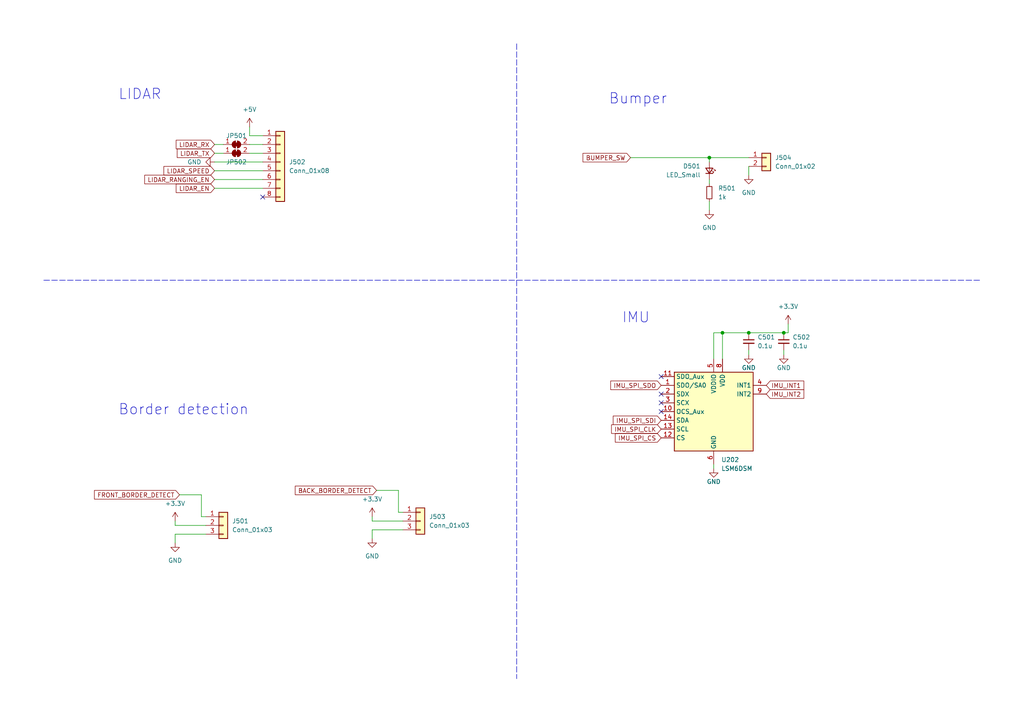
<source format=kicad_sch>
(kicad_sch (version 20230121) (generator eeschema)
  (paper "A4")
  (title_block (title "Robot chat - Sensors") (date "2023-09-19") (rev "1.0") (company "ENSEA"))
  (lib_symbols
    (symbol "Connector_Generic:Conn_01x02" (pin_names (offset 1.016) hide)
      (property "Reference" "J" (at 0 2.54 0))
      (property "Value" "Conn_01x02" (at 0 -5.08 0))
      (symbol "Conn_01x02_1_1"
        (rectangle (start -1.27 -2.413) (end 0 -2.667) (stroke (width 0.1524)))
        (rectangle (start -1.27 0.127) (end 0 -0.127) (stroke (width 0.1524)))
        (rectangle (start -1.27 1.27) (end 1.27 -3.81) (stroke (width 0.254)) (fill (type background)))
        (pin passive line (at -5.08 0 0) (length 3.81) (name "Pin_1") (number "1"))
        (pin passive line (at -5.08 -2.54 0) (length 3.81) (name "Pin_2") (number "2"))
      )
    )
    (symbol "Connector_Generic:Conn_01x03" (pin_names (offset 1.016) hide)
      (property "Reference" "J" (at 0 5.08 0))
      (property "Value" "Conn_01x03" (at 0 -5.08 0))
      (symbol "Conn_01x03_1_1"
        (rectangle (start -1.27 -2.413) (end 0 -2.667) (stroke (width 0.1524)))
        (rectangle (start -1.27 0.127) (end 0 -0.127) (stroke (width 0.1524)))
        (rectangle (start -1.27 2.667) (end 0 2.413) (stroke (width 0.1524)))
        (rectangle (start -1.27 3.81) (end 1.27 -3.81) (stroke (width 0.254)) (fill (type background)))
        (pin passive line (at -5.08 2.54 0) (length 3.81) (name "Pin_1") (number "1"))
        (pin passive line (at -5.08 0 0) (length 3.81) (name "Pin_2") (number "2"))
        (pin passive line (at -5.08 -2.54 0) (length 3.81) (name "Pin_3") (number "3"))
      )
    )
    (symbol "Connector_Generic:Conn_01x08" (pin_names (offset 1.016) hide)
      (property "Reference" "J" (at 0 10.16 0))
      (property "Value" "Conn_01x08" (at 0 -12.7 0))
      (symbol "Conn_01x08_1_1"
        (rectangle (start -1.27 -10.033) (end 0 -10.287) (stroke (width 0.1524)))
        (rectangle (start -1.27 -7.493) (end 0 -7.747) (stroke (width 0.1524)))
        (rectangle (start -1.27 -4.953) (end 0 -5.207) (stroke (width 0.1524)))
        (rectangle (start -1.27 -2.413) (end 0 -2.667) (stroke (width 0.1524)))
        (rectangle (start -1.27 0.127) (end 0 -0.127) (stroke (width 0.1524)))
        (rectangle (start -1.27 2.667) (end 0 2.413) (stroke (width 0.1524)))
        (rectangle (start -1.27 5.207) (end 0 4.953) (stroke (width 0.1524)))
        (rectangle (start -1.27 7.747) (end 0 7.493) (stroke (width 0.1524)))
        (rectangle (start -1.27 8.89) (end 1.27 -11.43) (stroke (width 0.254)) (fill (type background)))
        (pin passive line (at -5.08 7.62 0) (length 3.81) (name "Pin_1") (number "1"))
        (pin passive line (at -5.08 5.08 0) (length 3.81) (name "Pin_2") (number "2"))
        (pin passive line (at -5.08 2.54 0) (length 3.81) (name "Pin_3") (number "3"))
        (pin passive line (at -5.08 0 0) (length 3.81) (name "Pin_4") (number "4"))
        (pin passive line (at -5.08 -2.54 0) (length 3.81) (name "Pin_5") (number "5"))
        (pin passive line (at -5.08 -5.08 0) (length 3.81) (name "Pin_6") (number "6"))
        (pin passive line (at -5.08 -7.62 0) (length 3.81) (name "Pin_7") (number "7"))
        (pin passive line (at -5.08 -10.16 0) (length 3.81) (name "Pin_8") (number "8"))
      )
    )
    (symbol "Device:C_Small" (pin_numbers hide) (pin_names (offset 0.254) hide)
      (property "Reference" "C" (at 0.254 1.778 0))
      (property "Value" "C_Small" (at 0.254 -2.032 0))
      (symbol "C_Small_0_1"
        (polyline (pts (xy -1.524 -0.508) (xy 1.524 -0.508)) (stroke (width 0.3302)))
        (polyline (pts (xy -1.524 0.508) (xy 1.524 0.508)) (stroke (width 0.3048)))
      )
      (symbol "C_Small_1_1"
        (pin passive line (at 0 2.54 270) (length 2.032) (name "~") (number "1"))
        (pin passive line (at 0 -2.54 90) (length 2.032) (name "~") (number "2"))
      )
    )
    (symbol "Device:LED_Small" (pin_numbers hide) (pin_names (offset 0.254) hide)
      (property "Reference" "D" (at -1.27 3.175 0))
      (property "Value" "LED_Small" (at -4.445 -2.54 0))
      (symbol "LED_Small_0_1"
        (polyline (pts (xy -0.762 -1.016) (xy -0.762 1.016)) (stroke (width 0.254)))
        (polyline (pts (xy 1.016 0) (xy -0.762 0)))
        (polyline (pts (xy 0.762 -1.016) (xy -0.762 0) (xy 0.762 1.016) (xy 0.762 -1.016)) (stroke (width 0.254)))
        (polyline (pts (xy 0 0.762) (xy -0.508 1.27) (xy -0.254 1.27) (xy -0.508 1.27) (xy -0.508 1.016)))
        (polyline (pts (xy 0.508 1.27) (xy 0 1.778) (xy 0.254 1.778) (xy 0 1.778) (xy 0 1.524)))
      )
      (symbol "LED_Small_1_1"
        (pin passive line (at -2.54 0 0) (length 1.778) (name "K") (number "1"))
        (pin passive line (at 2.54 0 180) (length 1.778) (name "A") (number "2"))
      )
    )
    (symbol "Device:R_Small" (pin_numbers hide) (pin_names (offset 0.254) hide)
      (property "Reference" "R" (at 0.762 0.508 0))
      (property "Value" "R_Small" (at 0.762 -1.016 0))
      (symbol "R_Small_0_1"
        (rectangle (start -0.762 1.778) (end 0.762 -1.778) (stroke (width 0.2032)))
      )
      (symbol "R_Small_1_1"
        (pin passive line (at 0 2.54 270) (length 0.762) (name "~") (number "1"))
        (pin passive line (at 0 -2.54 90) (length 0.762) (name "~") (number "2"))
      )
    )
    (symbol "Jumper:SolderJumper_2_Bridged" (pin_names (offset 0) hide)
      (property "Reference" "JP" (at 0 2.032 0))
      (property "Value" "SolderJumper_2_Bridged" (at 0 -2.54 0))
      (symbol "SolderJumper_2_Bridged_0_1"
        (rectangle (start -0.508 0.508) (end 0.508 -0.508) (fill (type outline)))
        (arc (start -0.254 1.016) (mid -1.2656 0) (end -0.254 -1.016))
        (arc (start -0.254 1.016) (mid -1.2656 0) (end -0.254 -1.016) (fill (type outline)))
        (polyline (pts (xy -0.254 1.016) (xy -0.254 -1.016)))
        (polyline (pts (xy 0.254 1.016) (xy 0.254 -1.016)))
        (arc (start 0.254 -1.016) (mid 1.2656 0) (end 0.254 1.016))
        (arc (start 0.254 -1.016) (mid 1.2656 0) (end 0.254 1.016) (fill (type outline)))
      )
      (symbol "SolderJumper_2_Bridged_1_1"
        (pin passive line (at -3.81 0 0) (length 2.54) (name "A") (number "1"))
        (pin passive line (at 3.81 0 180) (length 2.54) (name "B") (number "2"))
      )
    )
    (symbol "Sensor_Motion:LSM6DSM"
      (property "Reference" "U" (at -11.43 15.24 0))
      (property "Value" "LSM6DSM" (at -11.43 12.7 0))
      (symbol "LSM6DSM_0_1"
        (rectangle (start 11.43 11.43) (end -11.43 -11.43) (stroke (width 0.254)) (fill (type background)))
      )
      (symbol "LSM6DSM_1_1"
        (pin bidirectional line (at -15.24 7.62 0) (length 3.81) (name "SDO/SA0") (number "1"))
        (pin passive line (at -15.24 0 0) (length 3.81) (name "OCS_Aux") (number "10"))
        (pin bidirectional line (at -15.24 10.16 0) (length 3.81) (name "SDO_Aux") (number "11"))
        (pin input line (at -15.24 -7.62 0) (length 3.81) (name "CS") (number "12"))
        (pin input line (at -15.24 -5.08 0) (length 3.81) (name "SCL") (number "13"))
        (pin bidirectional line (at -15.24 -2.54 0) (length 3.81) (name "SDA") (number "14"))
        (pin bidirectional line (at -15.24 5.08 0) (length 3.81) (name "SDX") (number "2"))
        (pin input line (at -15.24 2.54 0) (length 3.81) (name "SCX") (number "3"))
        (pin output line (at 15.24 7.62 180) (length 3.81) (name "INT1") (number "4"))
        (pin power_in line (at 0 15.24 270) (length 3.81) (name "VDDIO") (number "5"))
        (pin power_in line (at 0 -15.24 90) (length 3.81) (name "GND") (number "6"))
        (pin passive line (at 0 -15.24 90) (length 3.81) hide (name "GND") (number "7"))
        (pin power_in line (at 2.54 15.24 270) (length 3.81) (name "VDD") (number "8"))
        (pin output line (at 15.24 5.08 180) (length 3.81) (name "INT2") (number "9"))
      )
    )
    (symbol "power:+3.3V" (power) (pin_names (offset 0))
      (property "Value" "+3.3V" (at 0 3.556 0))
      (symbol "+3.3V_0_1"
        (polyline (pts (xy -0.762 1.27) (xy 0 2.54)))
        (polyline (pts (xy 0 0) (xy 0 2.54)))
        (polyline (pts (xy 0 2.54) (xy 0.762 1.27)))
      )
      (symbol "+3.3V_1_1"
        (pin power_in line (at 0 0 90) (length 0) hide (name "+3.3V") (number "1"))
      )
    )
    (symbol "power:+5V" (power) (pin_names (offset 0))
      (property "Value" "+5V" (at 0 3.556 0))
      (symbol "+5V_0_1"
        (polyline (pts (xy -0.762 1.27) (xy 0 2.54)))
        (polyline (pts (xy 0 0) (xy 0 2.54)))
        (polyline (pts (xy 0 2.54) (xy 0.762 1.27)))
      )
      (symbol "+5V_1_1"
        (pin power_in line (at 0 0 90) (length 0) hide (name "+5V") (number "1"))
      )
    )
    (symbol "power:GND" (power) (pin_names (offset 0))
      (property "Value" "GND" (at 0 -3.81 0))
      (symbol "GND_0_1"
        (polyline (pts (xy 0 0) (xy 0 -1.27) (xy 1.27 -1.27) (xy 0 -2.54) (xy -1.27 -1.27) (xy 0 -1.27)))
      )
      (symbol "GND_1_1"
        (pin power_in line (at 0 0 270) (length 0) hide (name "GND") (number "1"))
      )
    )
  )
  (junction (at 205.74 45.72))
  (junction (at 209.55 96.52))
  (junction (at 227.33 96.52))
  (junction (at 217.17 96.52))
  (no_connect (at 76.2 57.15))
  (no_connect (at 191.77 109.22))
  (no_connect (at 191.77 114.3))
  (no_connect (at 191.77 119.38))
  (no_connect (at 191.77 116.84))
  (wire (pts (xy 107.95 153.67) (xy 116.84 153.67)))
  (wire (pts (xy 62.23 52.07) (xy 76.2 52.07)))
  (wire (pts (xy 62.23 44.45) (xy 64.77 44.45)))
  (wire (pts (xy 205.74 45.72) (xy 217.17 45.72)))
  (wire (pts (xy 205.74 53.34) (xy 205.74 52.07)))
  (wire (pts (xy 72.39 41.91) (xy 76.2 41.91)))
  (wire (pts (xy 209.55 96.52) (xy 207.01 96.52)))
  (wire (pts (xy 50.8 152.4) (xy 50.8 151.13)))
  (wire (pts (xy 115.57 148.59) (xy 115.57 142.24)))
  (wire (pts (xy 107.95 156.21) (xy 107.95 153.67)))
  (wire (pts (xy 116.84 148.59) (xy 115.57 148.59)))
  (wire (pts (xy 217.17 96.52) (xy 227.33 96.52)))
  (wire (pts (xy 62.23 46.99) (xy 76.2 46.99)))
  (wire (pts (xy 62.23 54.61) (xy 76.2 54.61)))
  (wire (pts (xy 58.42 143.51) (xy 52.07 143.51)))
  (wire (pts (xy 205.74 60.96) (xy 205.74 58.42)))
  (wire (pts (xy 50.8 157.48) (xy 50.8 154.94)))
  (wire (pts (xy 107.95 151.13) (xy 107.95 149.86)))
  (wire (pts (xy 62.23 49.53) (xy 76.2 49.53)))
  (wire (pts (xy 72.39 44.45) (xy 76.2 44.45)))
  (polyline (pts (xy 149.86 81.28) (xy 284.48 81.28)) (stroke (width 0) (type dash)))
  (wire (pts (xy 59.69 152.4) (xy 50.8 152.4)))
  (polyline (pts (xy 149.86 81.28) (xy 149.86 196.85)) (stroke (width 0) (type dash)))
  (wire (pts (xy 205.74 46.99) (xy 205.74 45.72)))
  (wire (pts (xy 207.01 135.89) (xy 207.01 134.62)))
  (wire (pts (xy 217.17 96.52) (xy 209.55 96.52)))
  (wire (pts (xy 207.01 96.52) (xy 207.01 104.14)))
  (wire (pts (xy 217.17 48.26) (xy 217.17 50.8)))
  (wire (pts (xy 209.55 96.52) (xy 209.55 104.14)))
  (wire (pts (xy 62.23 41.91) (xy 64.77 41.91)))
  (wire (pts (xy 217.17 102.87) (xy 217.17 101.6)))
  (wire (pts (xy 228.6 96.52) (xy 227.33 96.52)))
  (wire (pts (xy 182.88 45.72) (xy 205.74 45.72)))
  (wire (pts (xy 59.69 149.86) (xy 58.42 149.86)))
  (wire (pts (xy 228.6 93.98) (xy 228.6 96.52)))
  (wire (pts (xy 115.57 142.24) (xy 109.22 142.24)))
  (wire (pts (xy 116.84 151.13) (xy 107.95 151.13)))
  (wire (pts (xy 227.33 102.87) (xy 227.33 101.6)))
  (wire (pts (xy 72.39 36.83) (xy 72.39 39.37)))
  (wire (pts (xy 72.39 39.37) (xy 76.2 39.37)))
  (wire (pts (xy 50.8 154.94) (xy 59.69 154.94)))
  (polyline (pts (xy 12.7 81.28) (xy 149.86 81.28)) (stroke (width 0) (type dash)))
  (polyline (pts (xy 149.86 12.7) (xy 149.86 81.28)) (stroke (width 0) (type dash)))
  (wire (pts (xy 58.42 149.86) (xy 58.42 143.51)))
  (text "LIDAR" (at 34.29 29.21 0) (effects (font (size 3 3)) (justify left bottom)))
  (text "Bumper\n" (at 176.53 30.48 0) (effects (font (size 3 3)) (justify left bottom)))
  (text "IMU" (at 180.34 93.98 0) (effects (font (size 3 3)) (justify left bottom)))
  (text "Border detection" (at 34.29 120.65 0) (effects (font (size 3 3)) (justify left bottom)))
  (global_label "IMU_SPI_SDO" (shape input) (at 191.77 111.76 180) (property "Intersheetrefs" "${INTERSHEET_REFS}" (effects hide)))
  (global_label "IMU_SPI_CLK" (shape input) (at 191.77 124.46 180) (property "Intersheetrefs" "${INTERSHEET_REFS}" (effects hide)))
  (global_label "IMU_INT2" (shape input) (at 222.25 114.3 0) (property "Intersheetrefs" "${INTERSHEET_REFS}" (effects hide)))
  (global_label "BUMPER_SW" (shape input) (at 182.88 45.72 180) (property "Intersheetrefs" "${INTERSHEET_REFS}" (effects hide)))
  (global_label "IMU_INT1" (shape input) (at 222.25 111.76 0) (property "Intersheetrefs" "${INTERSHEET_REFS}" (effects hide)))
  (global_label "LIDAR_TX" (shape input) (at 62.23 44.45 180) (property "Intersheetrefs" "${INTERSHEET_REFS}" (effects hide)))
  (global_label "BACK_BORDER_DETECT" (shape input) (at 109.22 142.24 180) (property "Intersheetrefs" "${INTERSHEET_REFS}" (effects hide)))
  (global_label "LIDAR_RX" (shape input) (at 62.23 41.91 180) (property "Intersheetrefs" "${INTERSHEET_REFS}" (effects hide)))
  (global_label "LIDAR_SPEED" (shape input) (at 62.23 49.53 180) (property "Intersheetrefs" "${INTERSHEET_REFS}" (effects hide)))
  (global_label "IMU_SPI_SDI" (shape input) (at 191.77 121.92 180) (property "Intersheetrefs" "${INTERSHEET_REFS}" (effects hide)))
  (global_label "IMU_SPI_CS" (shape input) (at 191.77 127 180) (property "Intersheetrefs" "${INTERSHEET_REFS}" (effects hide)))
  (global_label "FRONT_BORDER_DETECT" (shape input) (at 52.07 143.51 180) (property "Intersheetrefs" "${INTERSHEET_REFS}" (effects hide)))
  (global_label "LIDAR_RANGING_EN" (shape input) (at 62.23 52.07 180) (property "Intersheetrefs" "${INTERSHEET_REFS}" (effects hide)))
  (global_label "LIDAR_EN" (shape input) (at 62.23 54.61 180) (property "Intersheetrefs" "${INTERSHEET_REFS}" (effects hide)))
  (symbol (lib_id "power:GND") (at 62.23 46.99 270) (unit 1)
    (property "Reference" "#PWR0503" (effects hide))
    (property "Value" "GND" (at 58.42 46.99 90) (effects (justify right)))
  )
  (symbol (lib_id "power:GND") (at 217.17 102.87 0) (unit 1)
    (property "Reference" "#PWR0510" (effects hide))
    (property "Value" "GND" (at 217.17 106.68 0))
  )
  (symbol (lib_id "power:GND") (at 107.95 156.21 0) (unit 1)
    (property "Reference" "#PWR0506" (effects hide))
    (property "Value" "GND" (at 107.95 161.29 0))
  )
  (symbol (lib_id "Sensor_Motion:LSM6DSM") (at 207.01 119.38 0) (unit 1)
    (property "Reference" "U202" (at 209.2041 133.35 0) (effects (justify left)))
    (property "Value" "LSM6DSM" (at 209.2041 135.89 0) (effects (justify left)))
    (property "Footprint" "Package_LGA:LGA-14_3x2.5mm_P0.5mm_LayoutBorder3x4y" (effects hide))
    (property "Datasheet" "https://www.st.com/resource/en/datasheet/lsm6dsm.pdf" (effects hide))
    (instances (project "robot_chat" (path "" (reference "U202") (unit 1)) (path "" (reference "U501") (unit 1))))
  )
  (symbol (lib_id "Jumper:SolderJumper_2_Bridged") (at 68.58 44.45 0) (mirror x) (unit 1)
    (property "Reference" "JP502" (at 68.58 46.99 0))
    (property "Value" "SolderJumper_2_Bridged" (effects hide))
    (property "Footprint" "Jumper:SolderJumper-2_P1.3mm_Bridged_RoundedPad1.0x1.5mm" (effects hide))
  )
  (symbol (lib_id "power:GND") (at 50.8 157.48 0) (unit 1)
    (property "Reference" "#PWR0502" (effects hide))
    (property "Value" "GND" (at 50.8 162.56 0))
  )
  (symbol (lib_id "Connector_Generic:Conn_01x03") (at 121.92 151.13 0) (unit 1)
    (property "Reference" "J503" (at 124.46 149.86 0) (effects (justify left)))
    (property "Value" "Conn_01x03" (at 124.46 152.4 0) (effects (justify left)))
  )
  (symbol (lib_id "power:+3.3V") (at 50.8 151.13 0) (unit 1)
    (property "Reference" "#PWR0501" (effects hide))
    (property "Value" "+3.3V" (at 50.8 146.05 0))
  )
  (symbol (lib_id "Device:C_Small") (at 227.33 99.06 0) (unit 1)
    (property "Reference" "C502" (at 229.87 97.7963 0) (effects (justify left)))
    (property "Value" "0.1u" (at 229.87 100.3363 0) (effects (justify left)))
  )
  (symbol (lib_id "power:+3.3V") (at 228.6 93.98 0) (unit 1)
    (property "Reference" "#PWR0512" (effects hide))
    (property "Value" "+3.3V" (at 228.6 88.9 0))
  )
  (symbol (lib_id "power:GND") (at 205.74 60.96 0) (unit 1)
    (property "Reference" "#PWR0507" (effects hide))
    (property "Value" "GND" (at 205.74 66.04 0))
  )
  (symbol (lib_id "Jumper:SolderJumper_2_Bridged") (at 68.58 41.91 0) (unit 1)
    (property "Reference" "JP501" (at 68.58 39.37 0))
    (property "Value" "SolderJumper_2_Bridged" (effects hide))
    (property "Footprint" "Jumper:SolderJumper-2_P1.3mm_Bridged_RoundedPad1.0x1.5mm" (effects hide))
  )
  (symbol (lib_id "power:+5V") (at 72.39 36.83 0) (unit 1)
    (property "Reference" "#PWR0504" (effects hide))
    (property "Value" "+5V" (at 72.39 31.75 0))
  )
  (symbol (lib_id "Device:R_Small") (at 205.74 55.88 180) (unit 1)
    (property "Reference" "R501" (at 208.28 54.61 0) (effects (justify right)))
    (property "Value" "1k" (at 208.28 57.15 0) (effects (justify right)))
  )
  (symbol (lib_id "Connector_Generic:Conn_01x08") (at 81.28 46.99 0) (unit 1)
    (property "Reference" "J502" (at 83.82 46.99 0) (effects (justify left)))
    (property "Value" "Conn_01x08" (at 83.82 49.53 0) (effects (justify left)))
  )
  (symbol (lib_id "Connector_Generic:Conn_01x02") (at 222.25 45.72 0) (unit 1)
    (property "Reference" "J504" (at 224.79 45.72 0) (effects (justify left)))
    (property "Value" "Conn_01x02" (at 224.79 48.26 0) (effects (justify left)))
  )
  (symbol (lib_id "power:GND") (at 207.01 135.89 0) (unit 1)
    (property "Reference" "#PWR0508" (effects hide))
    (property "Value" "GND" (at 207.01 139.7 0))
  )
  (symbol (lib_id "power:GND") (at 227.33 102.87 0) (unit 1)
    (property "Reference" "#PWR0511" (effects hide))
    (property "Value" "GND" (at 227.33 106.68 0))
  )
  (symbol (lib_id "Connector_Generic:Conn_01x03") (at 64.77 152.4 0) (unit 1)
    (property "Reference" "J501" (at 67.31 151.13 0) (effects (justify left)))
    (property "Value" "Conn_01x03" (at 67.31 153.67 0) (effects (justify left)))
  )
  (symbol (lib_id "power:+3.3V") (at 107.95 149.86 0) (unit 1)
    (property "Reference" "#PWR0505" (effects hide))
    (property "Value" "+3.3V" (at 107.95 144.78 0))
  )
  (symbol (lib_id "Device:C_Small") (at 217.17 99.06 0) (unit 1)
    (property "Reference" "C501" (at 219.71 97.7963 0) (effects (justify left)))
    (property "Value" "0.1u" (at 219.71 100.3363 0) (effects (justify left)))
  )
  (symbol (lib_id "power:GND") (at 217.17 50.8 0) (unit 1)
    (property "Reference" "#PWR0509" (effects hide))
    (property "Value" "GND" (at 217.17 55.88 0))
  )
  (symbol (lib_id "Device:LED_Small") (at 205.74 49.53 270) (mirror x) (unit 1)
    (property "Reference" "D501" (at 203.2 48.1965 90) (effects (justify right)))
    (property "Value" "LED_Small" (at 203.2 50.7365 90) (effects (justify right)))
  )
)
</source>
